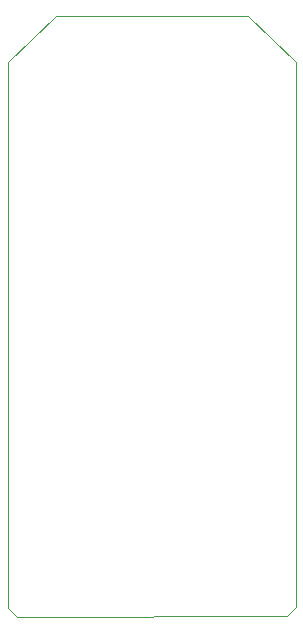
<source format=gm1>
G04 #@! TF.GenerationSoftware,KiCad,Pcbnew,(6.0.2)*
G04 #@! TF.CreationDate,2022-03-28T20:02:01+02:00*
G04 #@! TF.ProjectId,nRF52840,6e524635-3238-4343-902e-6b696361645f,rev?*
G04 #@! TF.SameCoordinates,Original*
G04 #@! TF.FileFunction,Profile,NP*
%FSLAX46Y46*%
G04 Gerber Fmt 4.6, Leading zero omitted, Abs format (unit mm)*
G04 Created by KiCad (PCBNEW (6.0.2)) date 2022-03-28 20:02:01*
%MOMM*%
%LPD*%
G01*
G04 APERTURE LIST*
G04 #@! TA.AperFunction,Profile*
%ADD10C,0.100000*%
G04 #@! TD*
G04 APERTURE END LIST*
D10*
X158242000Y-69723000D02*
X158242000Y-115824000D01*
X137922000Y-65786000D02*
X154178000Y-65786000D01*
X154178000Y-65786000D02*
X158242000Y-69723000D01*
X133858000Y-115951000D02*
X133858000Y-69723000D01*
X133858000Y-115951000D02*
X134620000Y-116713000D01*
X133858000Y-69723000D02*
X137922000Y-65786000D01*
X157480000Y-116586000D02*
X134620000Y-116713000D01*
X158242000Y-115824000D02*
X157480000Y-116586000D01*
M02*

</source>
